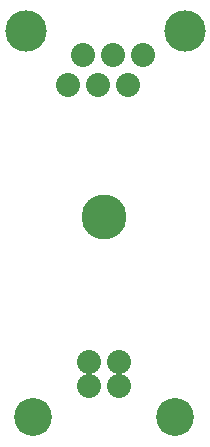
<source format=gbs>
G04 (created by PCBNEW-RS274X (2012-jan-04)-stable) date Sun 06 Jan 2013 10:44:23 PM EET*
G01*
G70*
G90*
%MOIN*%
G04 Gerber Fmt 3.4, Leading zero omitted, Abs format*
%FSLAX34Y34*%
G04 APERTURE LIST*
%ADD10C,0.006000*%
%ADD11C,0.080000*%
%ADD12C,0.126300*%
%ADD13C,0.149900*%
%ADD14C,0.138100*%
G04 APERTURE END LIST*
G54D10*
G54D11*
X06799Y-12324D03*
X05799Y-12324D03*
X05799Y-13111D03*
X06799Y-13111D03*
G54D12*
X08661Y-14174D03*
X03937Y-14174D03*
G54D13*
X06299Y-07481D03*
G54D11*
X06099Y-03106D03*
X07099Y-03106D03*
X05099Y-03106D03*
X07599Y-02106D03*
X06599Y-02106D03*
X05599Y-02106D03*
G54D14*
X03699Y-01306D03*
X08999Y-01306D03*
M02*

</source>
